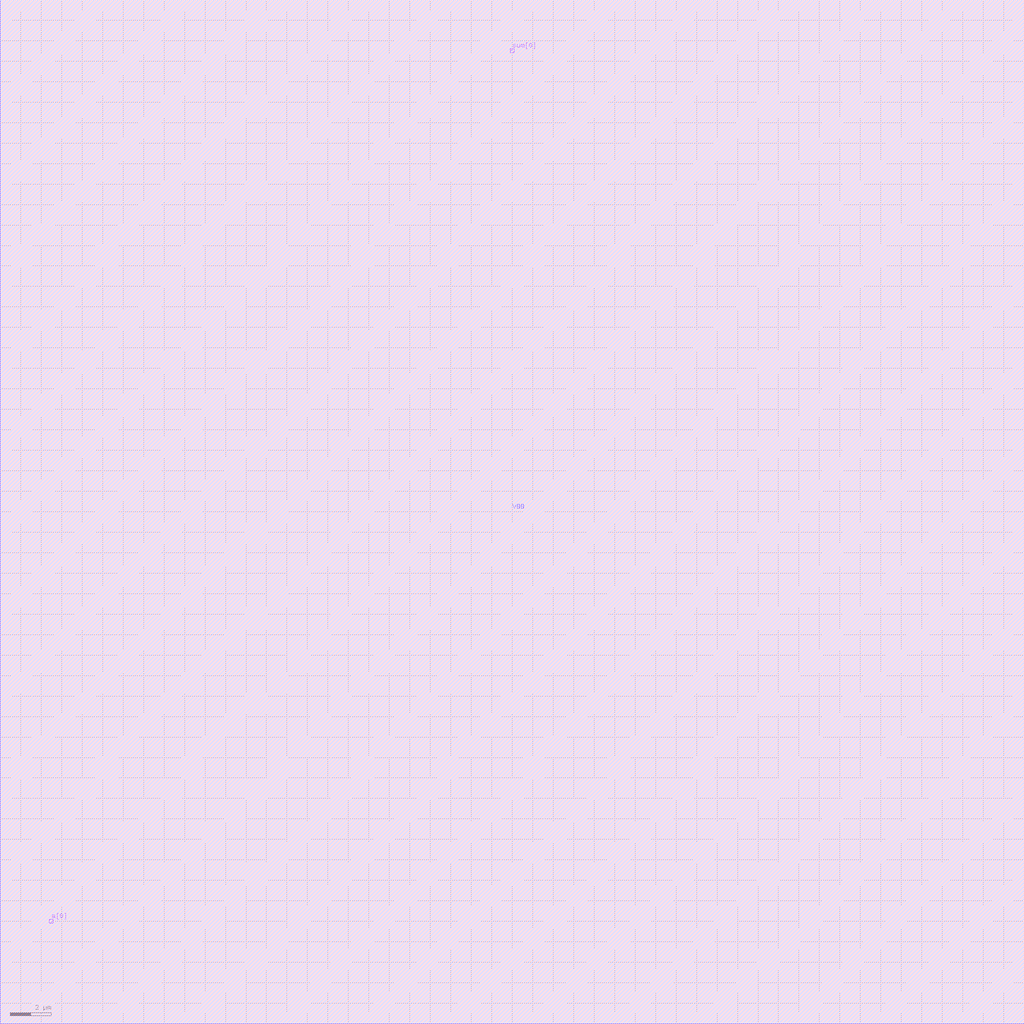
<source format=lef>
VERSION 5.8 ;
BUSBITCHARS "[]" ;
DIVIDERCHAR "/" ;

MACRO adder32
  CLASS BLOCK ;
  FOREIGN adder32 0.0 0.0 ;
  ORIGIN 0.0 0.0 ;
  SIZE 50.0 BY 50.0 ;
  
  PIN a[0]
    DIRECTION INPUT ;
    USE SIGNAL ;
    PORT
      LAYER M3 ;
        RECT 2.4 4.9 2.6 5.1 ;
    END
  END a[0]
  
  # ... (pins for all 68 I/O)
  
  PIN sum[0]
    DIRECTION OUTPUT ;
    USE SIGNAL ;
    PORT
      LAYER M3 ;
        RECT 24.9 47.4 25.1 47.6 ;
    END
  END sum[0]
  
  PIN VDD
    DIRECTION INOUT ;
    USE POWER ;
    PORT
      LAYER M5 ;
        RECT 0.0 0.0 50.0 50.0 ;
    END
  END VDD
  
  PIN VSS
    DIRECTION INOUT ;
    USE GROUND ;
    PORT
      LAYER M5 ;
        RECT 0.0 0.0 50.0 50.0 ;
    END
  END VSS
  
  OBS
    # Obstruction layer (placement blockages)
  END
  
END adder32

END LIBRARY


</source>
